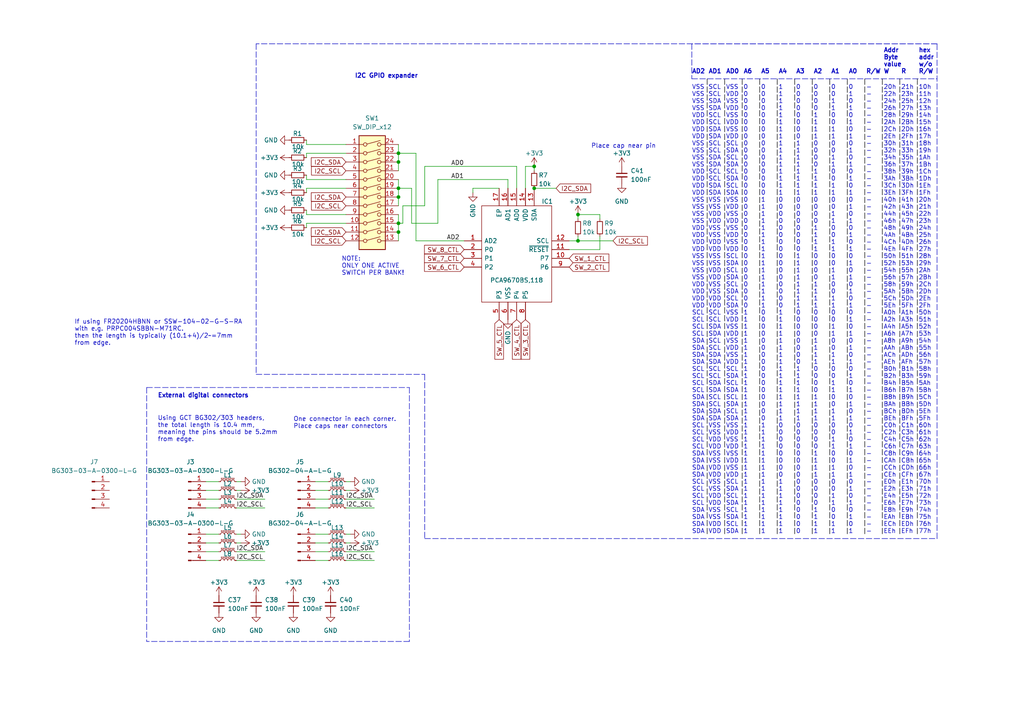
<source format=kicad_sch>
(kicad_sch (version 20211123) (generator eeschema)
  (paper "A4")
  (lib_symbols
    (symbol "Connector:Conn_01x04_Male" (pin_names (offset 1.016) hide)
      (property "Reference" "J" (at 0 5.08 0))
      (property "Value" "Conn_01x04_Male" (at 0 -7.62 0))
      (symbol "Conn_01x04_Male_1_1"
        (polyline (pts (xy 1.27 -5.08) (xy 0.8636 -5.08)) (stroke (width 0.1524)))
        (polyline (pts (xy 1.27 -2.54) (xy 0.8636 -2.54)) (stroke (width 0.1524)))
        (polyline (pts (xy 1.27 0) (xy 0.8636 0)) (stroke (width 0.1524)))
        (polyline (pts (xy 1.27 2.54) (xy 0.8636 2.54)) (stroke (width 0.1524)))
        (rectangle (start 0.8636 -4.953) (end 0 -5.207) (stroke (width 0.1524)) (fill (type outline)))
        (rectangle (start 0.8636 -2.413) (end 0 -2.667) (stroke (width 0.1524)) (fill (type outline)))
        (rectangle (start 0.8636 0.127) (end 0 -0.127) (stroke (width 0.1524)) (fill (type outline)))
        (rectangle (start 0.8636 2.667) (end 0 2.413) (stroke (width 0.1524)) (fill (type outline)))
        (pin passive line (at 5.08 2.54 180) (length 3.81) (name "Pin_1") (number "1"))
        (pin passive line (at 5.08 0 180) (length 3.81) (name "Pin_2") (number "2"))
        (pin passive line (at 5.08 -2.54 180) (length 3.81) (name "Pin_3") (number "3"))
        (pin passive line (at 5.08 -5.08 180) (length 3.81) (name "Pin_4") (number "4"))
      )
    )
    (symbol "Device:C_Small" (pin_numbers hide) (pin_names (offset 0.254) hide)
      (property "Reference" "C" (at 0.254 1.778 0))
      (property "Value" "C_Small" (at 0.254 -2.032 0))
      (symbol "C_Small_0_1"
        (polyline (pts (xy -1.524 -0.508) (xy 1.524 -0.508)) (stroke (width 0.3302)))
        (polyline (pts (xy -1.524 0.508) (xy 1.524 0.508)) (stroke (width 0.3048)))
      )
      (symbol "C_Small_1_1"
        (pin passive line (at 0 2.54 270) (length 2.032) (name "~") (number "1"))
        (pin passive line (at 0 -2.54 90) (length 2.032) (name "~") (number "2"))
      )
    )
    (symbol "Device:L_Ferrite_Small" (pin_numbers hide) (pin_names (offset 0.254) hide)
      (property "Reference" "L" (at 1.27 1.016 0))
      (property "Value" "L_Ferrite_Small" (at 1.27 -1.27 0))
      (symbol "L_Ferrite_Small_0_1"
        (arc (start 0 -2.032) (mid 0.508 -1.524) (end 0 -1.016))
        (arc (start 0 -1.016) (mid 0.508 -0.508) (end 0 0))
        (polyline (pts (xy 0.762 -1.905) (xy 0.762 -1.651)))
        (polyline (pts (xy 0.762 -1.397) (xy 0.762 -1.143)))
        (polyline (pts (xy 0.762 -0.889) (xy 0.762 -0.635)))
        (polyline (pts (xy 0.762 -0.381) (xy 0.762 -0.127)))
        (polyline (pts (xy 0.762 0.127) (xy 0.762 0.381)))
        (polyline (pts (xy 0.762 0.635) (xy 0.762 0.889)))
        (polyline (pts (xy 0.762 1.143) (xy 0.762 1.397)))
        (polyline (pts (xy 0.762 1.651) (xy 0.762 1.905)))
        (polyline (pts (xy 1.016 -1.651) (xy 1.016 -1.905)))
        (polyline (pts (xy 1.016 -1.143) (xy 1.016 -1.397)))
        (polyline (pts (xy 1.016 -0.635) (xy 1.016 -0.889)))
        (polyline (pts (xy 1.016 -0.127) (xy 1.016 -0.381)))
        (polyline (pts (xy 1.016 0.381) (xy 1.016 0.127)))
        (polyline (pts (xy 1.016 0.889) (xy 1.016 0.635)))
        (polyline (pts (xy 1.016 1.397) (xy 1.016 1.143)))
        (polyline (pts (xy 1.016 1.905) (xy 1.016 1.651)))
        (arc (start 0 0) (mid 0.508 0.508) (end 0 1.016))
        (arc (start 0 1.016) (mid 0.508 1.524) (end 0 2.032))
      )
      (symbol "L_Ferrite_Small_1_1"
        (pin passive line (at 0 2.54 270) (length 0.508) (name "~") (number "1"))
        (pin passive line (at 0 -2.54 90) (length 0.508) (name "~") (number "2"))
      )
    )
    (symbol "Device:R_Small" (pin_numbers hide) (pin_names (offset 0.254) hide)
      (property "Reference" "R" (at 0.762 0.508 0))
      (property "Value" "R_Small" (at 0.762 -1.016 0))
      (symbol "R_Small_0_1"
        (rectangle (start -0.762 1.778) (end 0.762 -1.778) (stroke (width 0.2032)))
      )
      (symbol "R_Small_1_1"
        (pin passive line (at 0 2.54 270) (length 0.762) (name "~") (number "1"))
        (pin passive line (at 0 -2.54 90) (length 0.762) (name "~") (number "2"))
      )
    )
    (symbol "SamacSys_Parts:PCA9670BS,118" (pin_names (offset 0.762))
      (property "Reference" "IC" (at 26.67 15.24 0))
      (property "Value" "PCA9670BS,118" (at 26.67 12.7 0))
      (symbol "PCA9670BS,118_0_0"
        (pin passive line (at 0 0 0) (length 5.08) (name "AD2") (number "1"))
        (pin passive line (at 30.48 -5.08 180) (length 5.08) (name "P7") (number "10"))
        (pin passive line (at 30.48 -2.54 180) (length 5.08) (name "~{RESET}") (number "11"))
        (pin passive line (at 30.48 0 180) (length 5.08) (name "SCL") (number "12"))
        (pin passive line (at 20.32 15.24 270) (length 5.08) (name "SDA") (number "13"))
        (pin passive line (at 17.78 15.24 270) (length 5.08) (name "VDD") (number "14"))
        (pin passive line (at 15.24 15.24 270) (length 5.08) (name "AD0") (number "15"))
        (pin passive line (at 12.7 15.24 270) (length 5.08) (name "AD1") (number "16"))
        (pin passive line (at 10.16 15.24 270) (length 5.08) (name "EP") (number "17"))
        (pin passive line (at 0 -2.54 0) (length 5.08) (name "P0") (number "2"))
        (pin passive line (at 0 -5.08 0) (length 5.08) (name "P1") (number "3"))
        (pin passive line (at 0 -7.62 0) (length 5.08) (name "P2") (number "4"))
        (pin passive line (at 10.16 -22.86 90) (length 5.08) (name "P3") (number "5"))
        (pin passive line (at 12.7 -22.86 90) (length 5.08) (name "VSS") (number "6"))
        (pin passive line (at 15.24 -22.86 90) (length 5.08) (name "P4") (number "7"))
        (pin passive line (at 17.78 -22.86 90) (length 5.08) (name "P5") (number "8"))
        (pin passive line (at 30.48 -7.62 180) (length 5.08) (name "P6") (number "9"))
      )
      (symbol "PCA9670BS,118_0_1"
        (polyline (pts (xy 5.08 10.16) (xy 25.4 10.16) (xy 25.4 -17.78) (xy 5.08 -17.78) (xy 5.08 10.16)) (stroke (width 0.1524)))
      )
    )
    (symbol "Switch:SW_DIP_x12" (pin_names (offset 0) hide)
      (property "Reference" "SW" (at 0 19.05 0))
      (property "Value" "SW_DIP_x12" (at 0 -16.51 0))
      (symbol "SW_DIP_x12_0_0"
        (circle (center -2.032 -12.7) (radius 0.508))
        (circle (center -2.032 -10.16) (radius 0.508))
        (circle (center -2.032 -7.62) (radius 0.508))
        (circle (center -2.032 -5.08) (radius 0.508))
        (circle (center -2.032 -2.54) (radius 0.508))
        (circle (center -2.032 0) (radius 0.508))
        (circle (center -2.032 2.54) (radius 0.508))
        (circle (center -2.032 5.08) (radius 0.508))
        (circle (center -2.032 7.62) (radius 0.508))
        (circle (center -2.032 10.16) (radius 0.508))
        (circle (center -2.032 12.7) (radius 0.508))
        (circle (center -2.032 15.24) (radius 0.508))
        (polyline (pts (xy -1.524 -12.5476) (xy 2.3622 -11.5062)))
        (polyline (pts (xy -1.524 -10.0076) (xy 2.3622 -8.9662)))
        (polyline (pts (xy -1.524 -7.4676) (xy 2.3622 -6.4262)))
        (polyline (pts (xy -1.524 -4.9276) (xy 2.3622 -3.8862)))
        (polyline (pts (xy -1.524 -2.3876) (xy 2.3622 -1.3462)))
        (polyline (pts (xy -1.524 0.127) (xy 2.3622 1.1684)))
        (polyline (pts (xy -1.524 2.667) (xy 2.3622 3.7084)))
        (polyline (pts (xy -1.524 5.207) (xy 2.3622 6.2484)))
        (polyline (pts (xy -1.524 7.747) (xy 2.3622 8.7884)))
        (polyline (pts (xy -1.524 10.287) (xy 2.3622 11.3284)))
        (polyline (pts (xy -1.524 12.827) (xy 2.3622 13.8684)))
        (polyline (pts (xy -1.524 15.367) (xy 2.3622 16.4084)))
        (circle (center 2.032 -12.7) (radius 0.508))
        (circle (center 2.032 -10.16) (radius 0.508))
        (circle (center 2.032 -7.62) (radius 0.508))
        (circle (center 2.032 -5.08) (radius 0.508))
        (circle (center 2.032 -2.54) (radius 0.508))
        (circle (center 2.032 0) (radius 0.508))
        (circle (center 2.032 2.54) (radius 0.508))
        (circle (center 2.032 5.08) (radius 0.508))
        (circle (center 2.032 7.62) (radius 0.508))
        (circle (center 2.032 10.16) (radius 0.508))
        (circle (center 2.032 12.7) (radius 0.508))
        (circle (center 2.032 15.24) (radius 0.508))
      )
      (symbol "SW_DIP_x12_0_1"
        (rectangle (start -3.81 17.78) (end 3.81 -15.24) (stroke (width 0.254)) (fill (type background)))
      )
      (symbol "SW_DIP_x12_1_1"
        (pin passive line (at -7.62 15.24 0) (length 5.08) (name "~") (number "1"))
        (pin passive line (at -7.62 -7.62 0) (length 5.08) (name "~") (number "10"))
        (pin passive line (at -7.62 -10.16 0) (length 5.08) (name "~") (number "11"))
        (pin passive line (at -7.62 -12.7 0) (length 5.08) (name "~") (number "12"))
        (pin passive line (at 7.62 -12.7 180) (length 5.08) (name "~") (number "13"))
        (pin passive line (at 7.62 -10.16 180) (length 5.08) (name "~") (number "14"))
        (pin passive line (at 7.62 -7.62 180) (length 5.08) (name "~") (number "15"))
        (pin passive line (at 7.62 -5.08 180) (length 5.08) (name "~") (number "16"))
        (pin passive line (at 7.62 -2.54 180) (length 5.08) (name "~") (number "17"))
        (pin passive line (at 7.62 0 180) (length 5.08) (name "~") (number "18"))
        (pin passive line (at 7.62 2.54 180) (length 5.08) (name "~") (number "19"))
        (pin passive line (at -7.62 12.7 0) (length 5.08) (name "~") (number "2"))
        (pin passive line (at 7.62 5.08 180) (length 5.08) (name "~") (number "20"))
        (pin passive line (at 7.62 7.62 180) (length 5.08) (name "~") (number "21"))
        (pin passive line (at 7.62 10.16 180) (length 5.08) (name "~") (number "22"))
        (pin passive line (at 7.62 12.7 180) (length 5.08) (name "~") (number "23"))
        (pin passive line (at 7.62 15.24 180) (length 5.08) (name "~") (number "24"))
        (pin passive line (at -7.62 10.16 0) (length 5.08) (name "~") (number "3"))
        (pin passive line (at -7.62 7.62 0) (length 5.08) (name "~") (number "4"))
        (pin passive line (at -7.62 5.08 0) (length 5.08) (name "~") (number "5"))
        (pin passive line (at -7.62 2.54 0) (length 5.08) (name "~") (number "6"))
        (pin passive line (at -7.62 0 0) (length 5.08) (name "~") (number "7"))
        (pin passive line (at -7.62 -2.54 0) (length 5.08) (name "~") (number "8"))
        (pin passive line (at -7.62 -5.08 0) (length 5.08) (name "~") (number "9"))
      )
    )
    (symbol "power:+3V3" (power) (pin_names (offset 0))
      (property "Value" "+3V3" (at 0 3.556 0))
      (symbol "+3V3_0_1"
        (polyline (pts (xy -0.762 1.27) (xy 0 2.54)))
        (polyline (pts (xy 0 0) (xy 0 2.54)))
        (polyline (pts (xy 0 2.54) (xy 0.762 1.27)))
      )
      (symbol "+3V3_1_1"
        (pin power_in line (at 0 0 90) (length 0) hide (name "+3V3") (number "1"))
      )
    )
    (symbol "power:GND" (power) (pin_names (offset 0))
      (property "Value" "GND" (at 0 -3.81 0))
      (symbol "GND_0_1"
        (polyline (pts (xy 0 0) (xy 0 -1.27) (xy 1.27 -1.27) (xy 0 -2.54) (xy -1.27 -1.27) (xy 0 -1.27)))
      )
      (symbol "GND_1_1"
        (pin power_in line (at 0 0 270) (length 0) hide (name "GND") (number "1"))
      )
    )
  )
  (junction (at 167.64 69.85))
  (junction (at 115.57 67.31))
  (junction (at 115.57 54.61))
  (junction (at 167.64 62.23))
  (junction (at 115.57 46.99))
  (junction (at 115.57 64.77))
  (junction (at 115.57 57.15))
  (junction (at 154.94 48.26))
  (junction (at 154.94 54.61))
  (junction (at 115.57 44.45))
  (wire (pts (xy 116.84 64.77) (xy 115.57 64.77)))
  (wire (pts (xy 167.64 69.85) (xy 167.64 68.58)))
  (wire (pts (xy 88.9 54.61) (xy 88.9 55.88)))
  (wire (pts (xy 119.38 54.61) (xy 115.57 54.61)))
  (wire (pts (xy 134.62 69.85) (xy 120.65 69.85)))
  (polyline (pts (xy 74.295 108.585) (xy 123.19 108.585)))
  (polyline (pts (xy 255.905 22.86) (xy 255.905 154.94)) (stroke (width 0) (color 0 0 0 1)))
  (wire (pts (xy 101.6 154.94) (xy 100.33 154.94)))
  (wire (pts (xy 115.57 64.77) (xy 115.57 67.31)))
  (polyline (pts (xy 266.065 22.86) (xy 266.065 154.94)) (stroke (width 0) (color 0 0 0 1)))
  (polyline (pts (xy 271.78 156.21) (xy 271.78 12.7)))
  (wire (pts (xy 115.57 54.61) (xy 115.57 57.15)))
  (polyline (pts (xy 42.545 112.395) (xy 118.745 112.395)))
  (wire (pts (xy 167.64 62.23) (xy 167.64 63.5)))
  (wire (pts (xy 147.32 54.61) (xy 147.32 52.07)))
  (wire (pts (xy 101.6 157.48) (xy 100.33 157.48)))
  (wire (pts (xy 137.16 54.61) (xy 144.78 54.61)))
  (wire (pts (xy 88.9 41.91) (xy 100.33 41.91)))
  (wire (pts (xy 154.94 54.61) (xy 161.29 54.61)))
  (wire (pts (xy 69.85 154.94) (xy 68.58 154.94)))
  (polyline (pts (xy 200.66 22.86) (xy 271.78 22.86)))
  (polyline (pts (xy 235.585 22.86) (xy 235.585 154.94)) (stroke (width 0) (color 0 0 0 1)))
  (wire (pts (xy 88.9 64.77) (xy 88.9 66.04)))
  (polyline (pts (xy 205.105 22.86) (xy 205.105 154.94)) (stroke (width 0) (color 0 0 0 1)))
  (polyline (pts (xy 118.745 186.055) (xy 42.545 186.055)))
  (wire (pts (xy 63.5 160.02) (xy 59.69 160.02)))
  (wire (pts (xy 119.38 64.77) (xy 119.38 54.61)))
  (polyline (pts (xy 271.78 12.7) (xy 200.66 12.7)))
  (polyline (pts (xy 250.825 22.86) (xy 250.825 154.94)) (stroke (width 0) (color 0 0 0 1)))
  (wire (pts (xy 88.9 50.8) (xy 88.9 52.07)))
  (wire (pts (xy 95.25 142.24) (xy 91.44 142.24)))
  (wire (pts (xy 68.58 160.02) (xy 76.835 160.02)))
  (wire (pts (xy 137.16 55.88) (xy 137.16 54.61)))
  (wire (pts (xy 115.57 44.45) (xy 115.57 46.99)))
  (wire (pts (xy 68.58 147.32) (xy 76.835 147.32)))
  (wire (pts (xy 63.5 144.78) (xy 59.69 144.78)))
  (wire (pts (xy 115.57 67.31) (xy 115.57 69.85)))
  (polyline (pts (xy 74.295 12.7) (xy 74.295 108.585)))
  (wire (pts (xy 165.1 69.85) (xy 167.64 69.85)))
  (polyline (pts (xy 271.78 12.7) (xy 74.295 12.7)))
  (wire (pts (xy 69.85 139.7) (xy 68.58 139.7)))
  (wire (pts (xy 63.5 154.94) (xy 59.69 154.94)))
  (wire (pts (xy 116.84 59.69) (xy 116.84 64.77)))
  (wire (pts (xy 115.57 57.15) (xy 115.57 59.69)))
  (wire (pts (xy 127 64.77) (xy 119.38 64.77)))
  (wire (pts (xy 95.25 157.48) (xy 91.44 157.48)))
  (wire (pts (xy 123.19 59.69) (xy 123.19 48.26)))
  (wire (pts (xy 167.64 62.23) (xy 173.99 62.23)))
  (wire (pts (xy 95.25 147.32) (xy 91.44 147.32)))
  (polyline (pts (xy 225.425 22.86) (xy 225.425 154.94)) (stroke (width 0) (color 0 0 0 1)))
  (wire (pts (xy 63.5 142.24) (xy 59.69 142.24)))
  (polyline (pts (xy 245.745 22.86) (xy 245.745 154.94)) (stroke (width 0) (color 0 0 0 1)))
  (polyline (pts (xy 200.66 12.7) (xy 200.66 22.86)))
  (wire (pts (xy 173.99 72.39) (xy 173.99 68.58)))
  (wire (pts (xy 154.94 48.26) (xy 154.94 49.53)))
  (wire (pts (xy 88.9 40.64) (xy 88.9 41.91)))
  (wire (pts (xy 69.85 142.24) (xy 68.58 142.24)))
  (polyline (pts (xy 240.665 22.86) (xy 240.665 154.94)) (stroke (width 0) (color 0 0 0 1)))
  (wire (pts (xy 95.25 144.78) (xy 91.44 144.78)))
  (wire (pts (xy 173.99 62.23) (xy 173.99 63.5)))
  (wire (pts (xy 101.6 142.24) (xy 100.33 142.24)))
  (wire (pts (xy 115.57 41.91) (xy 115.57 44.45)))
  (wire (pts (xy 88.9 60.96) (xy 88.9 62.23)))
  (wire (pts (xy 63.5 147.32) (xy 59.69 147.32)))
  (wire (pts (xy 165.1 72.39) (xy 173.99 72.39)))
  (wire (pts (xy 95.25 160.02) (xy 91.44 160.02)))
  (polyline (pts (xy 210.185 22.86) (xy 210.185 154.94)) (stroke (width 0) (color 0 0 0 1)))
  (polyline (pts (xy 220.345 22.86) (xy 220.345 154.94)) (stroke (width 0) (color 0 0 0 1)))
  (wire (pts (xy 115.57 46.99) (xy 115.57 49.53)))
  (wire (pts (xy 116.84 59.69) (xy 123.19 59.69)))
  (polyline (pts (xy 215.265 22.86) (xy 215.265 154.94)) (stroke (width 0) (color 0 0 0 1)))
  (wire (pts (xy 154.94 48.26) (xy 152.4 48.26)))
  (wire (pts (xy 100.33 144.78) (xy 108.585 144.78)))
  (wire (pts (xy 147.32 52.07) (xy 127 52.07)))
  (wire (pts (xy 63.5 162.56) (xy 59.69 162.56)))
  (wire (pts (xy 115.57 62.23) (xy 115.57 64.77)))
  (wire (pts (xy 149.86 54.61) (xy 149.86 48.26)))
  (wire (pts (xy 115.57 44.45) (xy 120.65 44.45)))
  (polyline (pts (xy 230.505 22.86) (xy 230.505 154.94)) (stroke (width 0) (color 0 0 0 1)))
  (wire (pts (xy 68.58 162.56) (xy 76.835 162.56)))
  (polyline (pts (xy 118.745 112.395) (xy 118.745 186.055)))
  (polyline (pts (xy 123.19 108.585) (xy 123.19 156.21)))
  (polyline (pts (xy 42.545 112.395) (xy 42.545 186.055)))
  (wire (pts (xy 100.33 160.02) (xy 108.585 160.02)))
  (polyline (pts (xy 260.985 22.86) (xy 260.985 154.94)) (stroke (width 0) (color 0 0 0 1)))
  (wire (pts (xy 88.9 44.45) (xy 88.9 45.72)))
  (wire (pts (xy 100.33 44.45) (xy 88.9 44.45)))
  (wire (pts (xy 149.86 48.26) (xy 123.19 48.26)))
  (wire (pts (xy 100.33 162.56) (xy 108.585 162.56)))
  (wire (pts (xy 68.58 144.78) (xy 76.835 144.78)))
  (wire (pts (xy 69.85 157.48) (xy 68.58 157.48)))
  (wire (pts (xy 95.25 162.56) (xy 91.44 162.56)))
  (wire (pts (xy 167.64 69.85) (xy 177.8 69.85)))
  (wire (pts (xy 88.9 52.07) (xy 100.33 52.07)))
  (wire (pts (xy 63.5 139.7) (xy 59.69 139.7)))
  (wire (pts (xy 120.65 69.85) (xy 120.65 44.45)))
  (wire (pts (xy 101.6 139.7) (xy 100.33 139.7)))
  (wire (pts (xy 88.9 62.23) (xy 100.33 62.23)))
  (wire (pts (xy 100.33 64.77) (xy 88.9 64.77)))
  (wire (pts (xy 95.25 154.94) (xy 91.44 154.94)))
  (wire (pts (xy 100.33 147.32) (xy 108.585 147.32)))
  (wire (pts (xy 152.4 48.26) (xy 152.4 54.61)))
  (wire (pts (xy 63.5 157.48) (xy 59.69 157.48)))
  (wire (pts (xy 127 52.07) (xy 127 64.77)))
  (wire (pts (xy 115.57 52.07) (xy 115.57 54.61)))
  (wire (pts (xy 100.33 54.61) (xy 88.9 54.61)))
  (polyline (pts (xy 123.19 156.21) (xy 271.78 156.21)))
  (wire (pts (xy 95.25 139.7) (xy 91.44 139.7)))
  (text "NOTE:\nONLY ONE ACTIVE \nSWITCH PER BANK!" (at 99.06 80.01 0) (effects (font (size 1.27 1.27)) (justify left bottom)))
  (text "Using GCT BG302/303 headers, \nthe total length is 10.4 mm, \nmeaning the pins should be 5.2mm\nfrom edge. " (at 45.72 128.27 0) (effects (font (size 1.27 1.27)) (justify left bottom)))
  (text "I2C GPIO expander" (at 102.87 22.86 0) (effects (font (size 1.27 1.27) (thickness 0.254) bold) (justify left bottom)))
  (text "One connector in each corner. \nPlace caps near connectors" (at 85.09 124.46 0) (effects (font (size 1.27 1.27)) (justify left bottom)))
  (text "If using FR20204HBNN or SSW-104-02-G-S-RA\nwith e.g. PRPC004SBBN-M71RC. \nthen the length is typically (10.1+4)/2~=7mm\nfrom edge. " (at 21.59 100.33 0) (effects (font (size 1.27 1.27)) (justify left bottom)))
  (text "											Addr	hex\n											Byte 	addr\n											value	w/o\nAD2	AD1	AD0	A6	A5	A4	A3	A2	A1	A0	R/W	W	R	R/W" (at 200.66 21.59 0) (effects (font (size 1.27 1.27) (thickness 0.254) bold) (justify left bottom)))
  (text "VSS	SCL	VSS	0	0	1	0	0	0	0	-	20h	21h	10h\nVSS	SCL	VDD	0	0	1	0	0	0	1	-	22h	23h	11h\nVSS	SDA	VSS	0	0	1	0	0	1	0	-	24h	25h	12h\nVSS	SDA	VDD	0	0	1	0	0	1	1	-	26h	27h	13h\nVDD	SCL	VSS	0	0	1	0	1	0	0	-	28h	29h	14h\nVDD	SCL	VDD	0	0	1	0	1	0	1	-	2Ah	2Bh	15h\nVDD	SDA	VSS	0	0	1	0	1	1	0	-	2Ch	2Dh	16h\nVDD	SDA	VDD	0	0	1	0	1	1	1	-	2Eh	2Fh	17h\nVSS	SCL	SCL	0	0	1	1	0	0	0	-	30h	31h	18h\nVSS	SCL	SDA	0	0	1	1	0	0	1	-	32h	33h	19h\nVSS	SDA	SCL	0	0	1	1	0	1	0	-	34h	35h	1Ah\nVSS	SDA	SDA	0	0	1	1	0	1	1	-	36h	37h	1Bh\nVDD	SCL	SCL	0	0	1	1	1	0	0	-	38h	39h	1Ch\nVDD	SCL	SDA	0	0	1	1	1	0	1	-	3Ah	3Bh	1Dh\nVDD	SDA	SCL	0	0	1	1	1	1	0	-	3Ch	3Dh	1Eh\nVDD	SDA	SDA	0	0	1	1	1	1	1	-	3Eh	3Fh	1Fh\nVSS	VSS	VSS	0	1	0	0	0	0	0	-	40h	41h	20h\nVSS	VSS	VDD	0	1	0	0	0	0	1	-	42h	43h	21h\nVSS	VDD	VSS	0	1	0	0	0	1	0	-	44h	45h	22h\nVSS	VDD	VDD	0	1	0	0	0	1	1	-	46h	47h	23h\nVDD	VSS	VSS	0	1	0	0	1	0	0	-	48h	49h	24h\nVDD	VSS	VDD	0	1	0	0	1	0	1	-	4Ah	4Bh	25h\nVDD	VDD	VSS	0	1	0	0	1	1	0	-	4Ch	4Dh	26h\nVDD	VDD	VDD	0	1	0	0	1	1	1	-	4Eh	4Fh	27h\nVSS	VSS	SCL	0	1	0	1	0	0	0	-	50h	51h	28h\nVSS	VSS	SDA	0	1	0	1	0	0	1	-	52h	53h	29h\nVSS	VDD	SCL	0	1	0	1	0	1	0	-	54h	55h	2Ah\nVSS	VDD	SDA	0	1	0	1	0	1	1	-	56h	57h	2Bh\nVDD	VSS	SCL	0	1	0	1	1	0	0	-	58h	59h	2Ch\nVDD	VSS	SDA	0	1	0	1	1	0	1	-	5Ah	5Bh	2Dh\nVDD	VDD	SCL	0	1	0	1	1	1	0	-	5Ch	5Dh	2Eh\nVDD	VDD	SDA	0	1	0	1	1	1	1	-	5Eh	5Fh	2Fh\nSCL	SCL	VSS	1	0	1	0	0	0	0	-	A0h	A1h	50h\nSCL	SCL	VDD	1	0	1	0	0	0	1	-	A2h	A3h	51h\nSCL	SDA	VSS	1	0	1	0	0	1	0	-	A4h	A5h	52h\nSCL	SDA	VDD	1	0	1	0	0	1	1	-	A6h	A7h	53h\nSDA	SCL	VSS	1	0	1	0	1	0	0	-	A8h	A9h	54h\nSDA	SCL	VDD	1	0	1	0	1	0	1	-	AAh	ABh	55h\nSDA	SDA	VSS	1	0	1	0	1	1	0	-	ACh	ADh	56h\nSDA	SDA	VDD	1	0	1	0	1	1	1	-	AEh	AFh	57h\nSCL	SCL	SCL	1	0	1	1	0	0	0	-	B0h	B1h	58h\nSCL	SCL	SDA	1	0	1	1	0	0	1	-	B2h	B3h	59h\nSCL	SDA	SCL	1	0	1	1	0	1	0	-	B4h	B5h	5Ah\nSCL	SDA	SDA	1	0	1	1	0	1	1	-	B6h	B7h	5Bh\nSDA	SCL	SCL	1	0	1	1	1	0	0	-	B8h	B9h	5Ch\nSDA	SCL	SDA	1	0	1	1	1	0	1	-	BAh	BBh	5Dh\nSDA	SDA	SCL	1	0	1	1	1	1	0	-	BCh	BDh	5Eh\nSDA	SDA	SDA	1	0	1	1	1	1	1	-	BEh	BFh	5Fh\nSCL	VSS	VSS	1	1	0	0	0	0	0	-	C0h	C1h	60h\nSCL	VSS	VDD	1	1	0	0	0	0	1	-	C2h	C3h	61h\nSCL	VDD	VSS	1	1	0	0	0	1	0	-	C4h	C5h	62h\nSCL	VDD	VDD	1	1	0	0	0	1	1	-	C6h	C7h	63h\nSDA	VSS	VSS	1	1	0	0	1	0	0	-	C8h	C9h	64h\nSDA	VSS	VDD	1	1	0	0	1	0	1	-	CAh	CBh	65h\nSDA	VDD	VSS	1	1	0	0	1	1	0	-	CCh	CDh	66h\nSDA	VDD	VDD	1	1	0	0	1	1	1	-	CEh	CFh	67h\nSCL	VSS	SCL	1	1	1	0	0	0	0	-	E0h	E1h	70h\nSCL	VSS	SDA	1	1	1	0	0	0	1	-	E2h	E3h	71h\nSCL	VDD	SCL	1	1	1	0	0	1	0	-	E4h	E5h	72h\nSCL	VDD	SDA	1	1	1	0	0	1	1	-	E6h	E7h	73h\nSDA	VSS	SCL	1	1	1	0	1	0	0	-	E8h	E9h	74h\nSDA	VSS	SDA	1	1	1	0	1	0	1	-	EAh	EBh	75h\nSDA	VDD	SCL	1	1	1	0	1	1	0	-	ECh	EDh	76h\nSDA	VDD	SDA	1	1	1	0	1	1	1	-	EEh	EFh	77h" (at 200.66 154.94 0) (effects (font (size 1.27 1.27)) (justify left bottom)))
  (text "Place cap near pin" (at 171.45 43.18 0) (effects (font (size 1.27 1.27)) (justify left bottom)))
  (text "External digital connectors" (at 45.72 115.57 0) (effects (font (size 1.27 1.27) bold) (justify left bottom)))
  (label "AD1" (at 130.81 52.07 0))
  (label "I2C_SDA" (at 68.58 144.78 0))
  (label "I2C_SCL" (at 68.58 162.56 0))
  (label "I2C_SCL" (at 68.58 147.32 0))
  (label "I2C_SDA" (at 100.33 144.78 0))
  (label "I2C_SCL" (at 100.33 162.56 0))
  (label "AD0" (at 130.81 48.26 0))
  (label "AD2" (at 129.54 69.85 0))
  (label "I2C_SDA" (at 100.33 160.02 0))
  (label "I2C_SDA" (at 68.58 160.02 0))
  (label "I2C_SCL" (at 100.33 147.32 0))
  (global_label "I2C_SDA" (shape input) (at 100.33 67.31 180) (property "Intersheet References" "${INTERSHEET_REFS}" (effects hide)))
  (global_label "SW_8_CTL" (shape input) (at 134.62 72.39 180) (property "Intersheet References" "${INTERSHEET_REFS}" (effects hide)))
  (global_label "I2C_SCL" (shape input) (at 100.33 49.53 180) (property "Intersheet References" "${INTERSHEET_REFS}" (effects hide)))
  (global_label "SW_4_CTL" (shape input) (at 149.86 92.71 270) (property "Intersheet References" "${INTERSHEET_REFS}" (effects hide)))
  (global_label "SW_1_CTL" (shape input) (at 165.1 74.93 0) (property "Intersheet References" "${INTERSHEET_REFS}" (effects hide)))
  (global_label "SW_6_CTL" (shape input) (at 134.62 77.47 180) (property "Intersheet References" "${INTERSHEET_REFS}" (effects hide)))
  (global_label "I2C_SCL" (shape input) (at 100.33 59.69 180) (property "Intersheet References" "${INTERSHEET_REFS}" (effects hide)))
  (global_label "SW_7_CTL" (shape input) (at 134.62 74.93 180) (property "Intersheet References" "${INTERSHEET_REFS}" (effects hide)))
  (global_label "I2C_SCL" (shape input) (at 100.33 69.85 180) (property "Intersheet References" "${INTERSHEET_REFS}" (effects hide)))
  (global_label "I2C_SDA" (shape input) (at 100.33 46.99 180) (property "Intersheet References" "${INTERSHEET_REFS}" (effects hide)))
  (global_label "I2C_SCL" (shape input) (at 177.8 69.85 0) (property "Intersheet References" "${INTERSHEET_REFS}" (effects hide)))
  (global_label "I2C_SDA" (shape input) (at 100.33 57.15 180) (property "Intersheet References" "${INTERSHEET_REFS}" (effects hide)))
  (global_label "SW_2_CTL" (shape input) (at 165.1 77.47 0) (property "Intersheet References" "${INTERSHEET_REFS}" (effects hide)))
  (global_label "I2C_SDA" (shape input) (at 161.29 54.61 0) (property "Intersheet References" "${INTERSHEET_REFS}" (effects hide)))
  (global_label "SW_3_CTL" (shape input) (at 152.4 92.71 270) (property "Intersheet References" "${INTERSHEET_REFS}" (effects hide)))
  (global_label "SW_5_CTL" (shape input) (at 144.78 92.71 270) (property "Intersheet References" "${INTERSHEET_REFS}" (effects hide)))
  (symbol (lib_id "Device:L_Ferrite_Small") (at 97.79 157.48 90) (unit 1)
    (property "Reference" "L14" (at 97.79 155.575 90))
    (property "Value" "36541E3N9JTDG" (effects hide))
    (property "Footprint" "Inductor_SMD:L_0402_1005Metric" (effects hide))
  )
  (symbol (lib_id "Connector:Conn_01x04_Male") (at 54.61 142.24 0) (unit 1)
    (property "Reference" "J3" (at 55.245 133.985 0))
    (property "Value" "BG303-03-A-0300-L-G" (at 55.245 136.525 0))
    (property "Footprint" "Connector_PinHeader_2.54mm:PinHeader_1x04_P2.54mm_Vertical" (effects hide))
  )
  (symbol (lib_id "power:GND") (at 180.34 53.34 0) (unit 1)
    (property "Reference" "#PWR0165" (effects hide))
    (property "Value" "GND" (at 180.34 58.42 0))
  )
  (symbol (lib_id "Device:L_Ferrite_Small") (at 66.04 147.32 90) (unit 1)
    (property "Reference" "L4" (at 66.04 145.415 90))
    (property "Value" "36541E3N9JTDG" (effects hide))
    (property "Footprint" "Inductor_SMD:L_0402_1005Metric" (effects hide))
  )
  (symbol (lib_id "SamacSys_Parts:PCA9670BS,118") (at 134.62 69.85 0) (unit 1)
    (property "Reference" "IC1" (at 158.75 58.42 0))
    (property "Value" "PCA9670BS,118" (at 149.86 81.28 0))
    (property "Footprint" "QFN50P300X300X100-17N-D" (effects hide))
    (property "Datasheet" "http://www.nxp.com/docs/en/data-sheet/PCA9670.pdf" (effects hide))
    (property "Description" "Interface - I/O Expanders REMOTE 8-BIT GPIO" (effects hide))
    (property "Height" "1" (effects hide))
    (property "Mouser Part Number" "771-PCA9670BS118" (effects hide))
    (property "Mouser Price/Stock" "https://www.mouser.co.uk/ProductDetail/NXP-Semiconductors/PCA9670BS118?qs=LOCUfHb8d9vyec%2F1PtVhAw%3D%3D" (effects hide))
    (property "Manufacturer_Name" "NXP" (effects hide))
    (property "Manufacturer_Part_Number" "PCA9670BS,118" (effects hide))
  )
  (symbol (lib_id "Connector:Conn_01x04_Male") (at 26.67 142.24 0) (unit 1)
    (property "Reference" "J7" (at 27.305 133.985 0))
    (property "Value" "BG303-03-A-0300-L-G" (at 27.305 136.525 0))
    (property "Footprint" "Connector_PinSocket_2.54mm:PinSocket_1x04_P2.54mm_Horizontal" (effects hide))
  )
  (symbol (lib_id "Connector:Conn_01x04_Male") (at 86.36 157.48 0) (unit 1)
    (property "Reference" "J6" (at 86.995 149.225 0))
    (property "Value" "BG302-04-A-L-G" (at 86.995 151.765 0))
    (property "Footprint" "Connector_PinHeader_2.54mm:PinHeader_1x04_P2.54mm_Vertical" (effects hide))
  )
  (symbol (lib_id "power:GND") (at 69.85 154.94 90) (unit 1)
    (property "Reference" "#PWR0139" (effects hide))
    (property "Value" "GND" (at 73.025 154.94 90) (effects (justify right)))
  )
  (symbol (lib_id "Device:L_Ferrite_Small") (at 97.79 139.7 90) (unit 1)
    (property "Reference" "L9" (at 97.79 137.795 90))
    (property "Value" "36541E3N9JTDG" (effects hide))
    (property "Footprint" "Inductor_SMD:L_0402_1005Metric" (effects hide))
  )
  (symbol (lib_id "power:+3V3") (at 154.94 48.26 0) (unit 1)
    (property "Reference" "#PWR0142" (effects hide))
    (property "Value" "+3V3" (at 154.94 44.45 0))
  )
  (symbol (lib_id "power:GND") (at 147.32 92.71 0) (unit 1)
    (property "Reference" "#PWR0154" (effects hide))
    (property "Value" "GND" (at 147.32 95.885 90) (effects (justify right)))
  )
  (symbol (lib_id "power:+3V3") (at 95.885 172.72 0) (unit 1)
    (property "Reference" "#PWR0159" (effects hide))
    (property "Value" "+3V3" (at 95.885 168.91 0))
  )
  (symbol (lib_id "power:GND") (at 101.6 154.94 90) (unit 1)
    (property "Reference" "#PWR0150" (effects hide))
    (property "Value" "GND" (at 104.775 154.94 90) (effects (justify right)))
  )
  (symbol (lib_id "Switch:SW_DIP_x12") (at 107.95 57.15 0) (unit 1)
    (property "Reference" "SW1" (at 107.95 34.29 0))
    (property "Value" "SW_DIP_x12" (at 107.95 36.83 0))
    (property "Footprint" "218-12LPST_footprint:218-12LP_CTS" (effects hide))
  )
  (symbol (lib_id "Device:L_Ferrite_Small") (at 66.04 139.7 90) (unit 1)
    (property "Reference" "L1" (at 66.04 137.795 90))
    (property "Value" "36541E3N9JTDG" (effects hide))
    (property "Footprint" "Inductor_SMD:L_0402_1005Metric" (effects hide))
  )
  (symbol (lib_id "power:+3V3") (at 83.82 55.88 90) (unit 1)
    (property "Reference" "#PWR0144" (effects hide))
    (property "Value" "+3V3" (at 78.105 55.88 90))
  )
  (symbol (lib_id "power:+3V3") (at 85.09 172.72 0) (unit 1)
    (property "Reference" "#PWR0158" (effects hide))
    (property "Value" "+3V3" (at 85.09 168.91 0))
  )
  (symbol (lib_id "power:GND") (at 95.885 177.8 0) (unit 1)
    (property "Reference" "#PWR0160" (effects hide))
    (property "Value" "GND" (at 95.885 182.88 0))
  )
  (symbol (lib_id "Device:C_Small") (at 74.295 175.26 0) (unit 1)
    (property "Reference" "C38" (at 76.835 173.9962 0) (effects (justify left)))
    (property "Value" "100nF" (at 76.835 176.5362 0) (effects (justify left)))
    (property "Footprint" "Capacitor_SMD:C_0402_1005Metric" (effects hide))
  )
  (symbol (lib_id "Device:C_Small") (at 180.34 50.8 0) (unit 1)
    (property "Reference" "C41" (at 182.88 49.5362 0) (effects (justify left)))
    (property "Value" "100nF" (at 182.88 52.0762 0) (effects (justify left)))
    (property "Footprint" "Capacitor_SMD:C_0402_1005Metric" (effects hide))
  )
  (symbol (lib_id "Connector:Conn_01x04_Male") (at 54.61 157.48 0) (unit 1)
    (property "Reference" "J4" (at 55.245 149.225 0))
    (property "Value" "BG303-03-A-0300-L-G" (at 55.245 151.765 0))
    (property "Footprint" "Connector_PinHeader_2.54mm:PinHeader_1x04_P2.54mm_Vertical" (effects hide))
  )
  (symbol (lib_id "Device:R_Small") (at 86.36 66.04 90) (unit 1)
    (property "Reference" "R6" (at 87.63 64.135 90) (effects (justify left)))
    (property "Value" "10k" (at 88.265 67.945 90) (effects (justify left)))
    (property "Footprint" "Resistor_SMD:R_0402_1005Metric" (effects hide))
  )
  (symbol (lib_id "Device:L_Ferrite_Small") (at 66.04 162.56 90) (unit 1)
    (property "Reference" "L8" (at 66.04 160.655 90))
    (property "Value" "36541E3N9JTDG" (effects hide))
    (property "Footprint" "Inductor_SMD:L_0402_1005Metric" (effects hide))
  )
  (symbol (lib_id "power:GND") (at 101.6 139.7 90) (unit 1)
    (property "Reference" "#PWR0140" (effects hide))
    (property "Value" "GND" (at 104.775 139.7 90) (effects (justify right)))
  )
  (symbol (lib_id "power:+3V3") (at 74.295 172.72 0) (unit 1)
    (property "Reference" "#PWR0157" (effects hide))
    (property "Value" "+3V3" (at 74.295 168.91 0))
  )
  (symbol (lib_id "power:+3V3") (at 180.34 48.26 0) (unit 1)
    (property "Reference" "#PWR0155" (effects hide))
    (property "Value" "+3V3" (at 180.34 44.45 0))
  )
  (symbol (lib_id "power:GND") (at 137.16 55.88 0) (unit 1)
    (property "Reference" "#PWR0143" (effects hide))
    (property "Value" "GND" (at 137.16 59.055 90) (effects (justify right)))
  )
  (symbol (lib_id "power:GND") (at 85.09 177.8 0) (unit 1)
    (property "Reference" "#PWR0161" (effects hide))
    (property "Value" "GND" (at 85.09 182.88 0))
  )
  (symbol (lib_id "power:+3V3") (at 83.82 45.72 90) (unit 1)
    (property "Reference" "#PWR0148" (effects hide))
    (property "Value" "+3V3" (at 78.105 45.72 90))
  )
  (symbol (lib_id "power:GND") (at 83.82 40.64 270) (unit 1)
    (property "Reference" "#PWR0149" (effects hide))
    (property "Value" "GND" (at 80.645 40.64 90) (effects (justify right)))
  )
  (symbol (lib_id "Device:R_Small") (at 86.36 50.8 90) (unit 1)
    (property "Reference" "R3" (at 87.63 48.895 90) (effects (justify left)))
    (property "Value" "10k" (at 88.265 52.705 90) (effects (justify left)))
    (property "Footprint" "Resistor_SMD:R_0402_1005Metric" (effects hide))
  )
  (symbol (lib_id "Device:L_Ferrite_Small") (at 66.04 144.78 90) (unit 1)
    (property "Reference" "L3" (at 66.04 142.875 90))
    (property "Value" "36541E3N9JTDG" (effects hide))
    (property "Footprint" "Inductor_SMD:L_0402_1005Metric" (effects hide))
  )
  (symbol (lib_id "Device:L_Ferrite_Small") (at 97.79 147.32 90) (unit 1)
    (property "Reference" "L12" (at 97.79 145.415 90))
    (property "Value" "36541E3N9JTDG" (effects hide))
    (property "Footprint" "Inductor_SMD:L_0402_1005Metric" (effects hide))
  )
  (symbol (lib_id "power:GND") (at 83.82 50.8 270) (unit 1)
    (property "Reference" "#PWR0147" (effects hide))
    (property "Value" "GND" (at 80.645 50.8 90) (effects (justify right)))
  )
  (symbol (lib_id "Device:C_Small") (at 85.09 175.26 0) (unit 1)
    (property "Reference" "C39" (at 87.63 173.9962 0) (effects (justify left)))
    (property "Value" "100nF" (at 87.63 176.5362 0) (effects (justify left)))
    (property "Footprint" "Capacitor_SMD:C_0402_1005Metric" (effects hide))
  )
  (symbol (lib_id "Device:R_Small") (at 86.36 55.88 90) (unit 1)
    (property "Reference" "R4" (at 87.63 53.975 90) (effects (justify left)))
    (property "Value" "10k" (at 88.265 57.785 90) (effects (justify left)))
    (property "Footprint" "Resistor_SMD:R_0402_1005Metric" (effects hide))
  )
  (symbol (lib_id "Device:C_Small") (at 95.885 175.26 0) (unit 1)
    (property "Reference" "C40" (at 98.425 173.9962 0) (effects (justify left)))
    (property "Value" "100nF" (at 98.425 176.5362 0) (effects (justify left)))
    (property "Footprint" "Capacitor_SMD:C_0402_1005Metric" (effects hide))
  )
  (symbol (lib_id "Device:L_Ferrite_Small") (at 66.04 160.02 90) (unit 1)
    (property "Reference" "L7" (at 66.04 158.115 90))
    (property "Value" "36541E3N9JTDG" (effects hide))
    (property "Footprint" "Inductor_SMD:L_0402_1005Metric" (effects hide))
  )
  (symbol (lib_id "Device:L_Ferrite_Small") (at 97.79 154.94 90) (unit 1)
    (property "Reference" "L13" (at 97.79 153.035 90))
    (property "Value" "36541E3N9JTDG" (effects hide))
    (property "Footprint" "Inductor_SMD:L_0402_1005Metric" (effects hide))
  )
  (symbol (lib_id "power:GND") (at 83.82 60.96 270) (unit 1)
    (property "Reference" "#PWR0146" (effects hide))
    (property "Value" "GND" (at 80.645 60.96 90) (effects (justify right)))
  )
  (symbol (lib_id "power:+3V3") (at 69.85 142.24 270) (unit 1)
    (property "Reference" "#PWR0152" (effects hide))
    (property "Value" "+3V3" (at 75.565 142.24 90))
  )
  (symbol (lib_id "Device:R_Small") (at 173.99 66.04 0) (unit 1)
    (property "Reference" "R9" (at 175.26 64.77 0) (effects (justify left)))
    (property "Value" "10k" (at 175.26 67.31 0) (effects (justify left)))
    (property "Footprint" "Resistor_SMD:R_0402_1005Metric" (effects hide))
  )
  (symbol (lib_id "Device:L_Ferrite_Small") (at 66.04 157.48 90) (unit 1)
    (property "Reference" "L6" (at 66.04 155.575 90))
    (property "Value" "36541E3N9JTDG" (effects hide))
    (property "Footprint" "Inductor_SMD:L_0402_1005Metric" (effects hide))
  )
  (symbol (lib_id "Device:L_Ferrite_Small") (at 66.04 154.94 90) (unit 1)
    (property "Reference" "L5" (at 66.04 153.035 90))
    (property "Value" "36541E3N9JTDG" (effects hide))
    (property "Footprint" "Inductor_SMD:L_0402_1005Metric" (effects hide))
  )
  (symbol (lib_id "Device:C_Small") (at 63.5 175.26 0) (unit 1)
    (property "Reference" "C37" (at 66.04 173.9962 0) (effects (justify left)))
    (property "Value" "100nF" (at 66.04 176.5362 0) (effects (justify left)))
    (property "Footprint" "Capacitor_SMD:C_0402_1005Metric" (effects hide))
  )
  (symbol (lib_id "Device:R_Small") (at 154.94 52.07 0) (unit 1)
    (property "Reference" "R7" (at 156.21 50.8 0) (effects (justify left)))
    (property "Value" "10k" (at 156.21 53.34 0) (effects (justify left)))
    (property "Footprint" "Resistor_SMD:R_0402_1005Metric" (effects hide))
  )
  (symbol (lib_id "Device:R_Small") (at 167.64 66.04 0) (unit 1)
    (property "Reference" "R8" (at 168.91 64.77 0) (effects (justify left)))
    (property "Value" "10k" (at 168.91 67.31 0) (effects (justify left)))
    (property "Footprint" "Resistor_SMD:R_0402_1005Metric" (effects hide))
  )
  (symbol (lib_id "power:+3V3") (at 83.82 66.04 90) (unit 1)
    (property "Reference" "#PWR0145" (effects hide))
    (property "Value" "+3V3" (at 78.105 66.04 90))
  )
  (symbol (lib_id "Device:R_Small") (at 86.36 40.64 90) (unit 1)
    (property "Reference" "R1" (at 87.63 38.735 90) (effects (justify left)))
    (property "Value" "10k" (at 88.265 42.545 90) (effects (justify left)))
    (property "Footprint" "Resistor_SMD:R_0402_1005Metric" (effects hide))
  )
  (symbol (lib_id "Device:L_Ferrite_Small") (at 97.79 160.02 90) (unit 1)
    (property "Reference" "L15" (at 97.79 158.115 90))
    (property "Value" "36541E3N9JTDG" (effects hide))
    (property "Footprint" "Inductor_SMD:L_0402_1005Metric" (effects hide))
  )
  (symbol (lib_id "power:GND") (at 69.85 139.7 90) (unit 1)
    (property "Reference" "#PWR0153" (effects hide))
    (property "Value" "GND" (at 73.025 139.7 90) (effects (justify right)))
  )
  (symbol (lib_id "Device:R_Small") (at 86.36 45.72 90) (unit 1)
    (property "Reference" "R2" (at 87.63 43.815 90) (effects (justify left)))
    (property "Value" "10k" (at 88.265 47.625 90) (effects (justify left)))
    (property "Footprint" "Resistor_SMD:R_0402_1005Metric" (effects hide))
  )
  (symbol (lib_id "power:+3V3") (at 101.6 142.24 270) (unit 1)
    (property "Reference" "#PWR0151" (effects hide))
    (property "Value" "+3V3" (at 107.315 142.24 90))
  )
  (symbol (lib_id "power:+3V3") (at 101.6 157.48 270) (unit 1)
    (property "Reference" "#PWR0141" (effects hide))
    (property "Value" "+3V3" (at 107.315 157.48 90))
  )
  (symbol (lib_id "power:GND") (at 63.5 177.8 0) (unit 1)
    (property "Reference" "#PWR0163" (effects hide))
    (property "Value" "GND" (at 63.5 182.88 0))
  )
  (symbol (lib_id "Device:L_Ferrite_Small") (at 97.79 162.56 90) (unit 1)
    (property "Reference" "L16" (at 97.79 160.655 90))
    (property "Value" "36541E3N9JTDG" (effects hide))
    (property "Footprint" "Inductor_SMD:L_0402_1005Metric" (effects hide))
  )
  (symbol (lib_id "Device:L_Ferrite_Small") (at 97.79 142.24 90) (unit 1)
    (property "Reference" "L10" (at 97.79 140.335 90))
    (property "Value" "36541E3N9JTDG" (effects hide))
    (property "Footprint" "Inductor_SMD:L_0402_1005Metric" (effects hide))
  )
  (symbol (lib_id "power:+3V3") (at 167.64 62.23 0) (unit 1)
    (property "Reference" "#PWR0164" (effects hide))
    (property "Value" "+3V3" (at 167.64 58.42 0))
  )
  (symbol (lib_id "Device:R_Small") (at 86.36 60.96 90) (unit 1)
    (property "Reference" "R5" (at 87.63 59.055 90) (effects (justify left)))
    (property "Value" "10k" (at 88.265 62.865 90) (effects (justify left)))
    (property "Footprint" "Resistor_SMD:R_0402_1005Metric" (effects hide))
  )
  (symbol (lib_id "power:GND") (at 74.295 177.8 0) (unit 1)
    (property "Reference" "#PWR0162" (effects hide))
    (property "Value" "GND" (at 74.295 182.88 0))
  )
  (symbol (lib_id "Device:L_Ferrite_Small") (at 66.04 142.24 90) (unit 1)
    (property "Reference" "L2" (at 66.04 140.335 90))
    (property "Value" "36541E3N9JTDG" (effects hide))
    (property "Footprint" "Inductor_SMD:L_0402_1005Metric" (effects hide))
  )
  (symbol (lib_id "Device:L_Ferrite_Small") (at 97.79 144.78 90) (unit 1)
    (property "Reference" "L11" (at 97.79 142.875 90))
    (property "Value" "36541E3N9JTDG" (effects hide))
    (property "Footprint" "Inductor_SMD:L_0402_1005Metric" (effects hide))
  )
  (symbol (lib_id "power:+3V3") (at 69.85 157.48 270) (unit 1)
    (property "Reference" "#PWR0138" (effects hide))
    (property "Value" "+3V3" (at 75.565 157.48 90))
  )
  (symbol (lib_id "Connector:Conn_01x04_Male") (at 86.36 142.24 0) (unit 1)
    (property "Reference" "J5" (at 86.995 133.985 0))
    (property "Value" "BG302-04-A-L-G" (at 86.995 136.525 0))
    (property "Footprint" "Connector_PinHeader_2.54mm:PinHeader_1x04_P2.54mm_Vertical" (effects hide))
  )
  (symbol (lib_id "power:+3V3") (at 63.5 172.72 0) (unit 1)
    (property "Reference" "#PWR0156" (effects hide))
    (property "Value" "+3V3" (at 63.5 168.91 0))
  )
)
</source>
